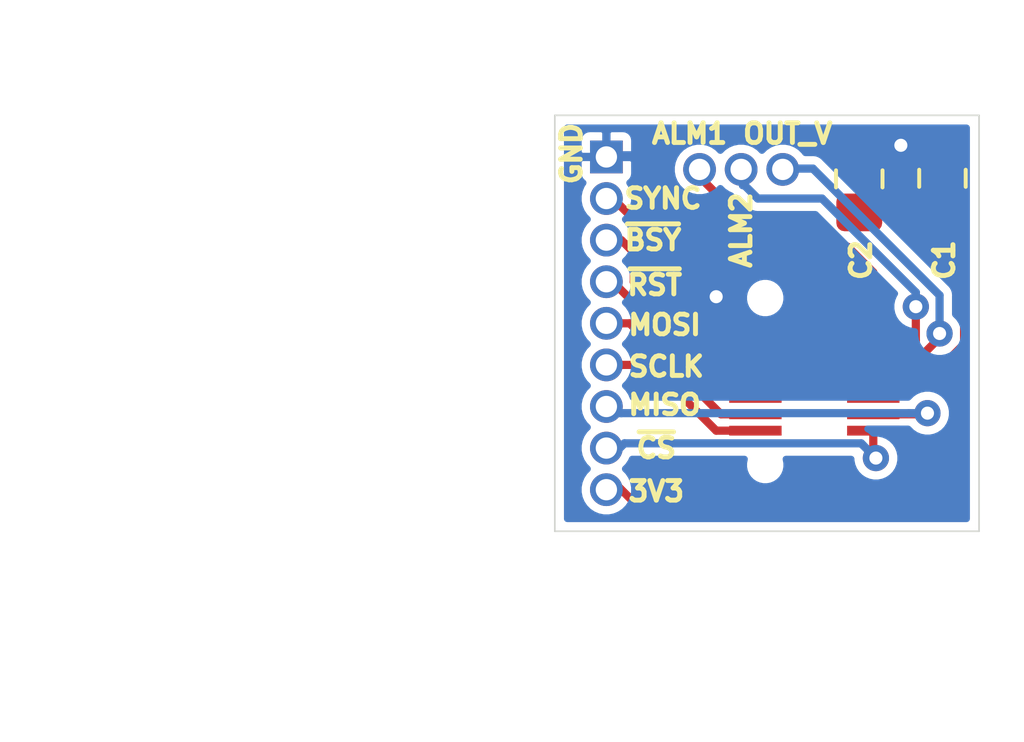
<source format=kicad_pcb>
(kicad_pcb (version 20171130) (host pcbnew 5.1.5-52549c5~84~ubuntu19.04.1)

  (general
    (thickness 0.8)
    (drawings 18)
    (tracks 81)
    (zones 0)
    (modules 5)
    (nets 15)
  )

  (page A4)
  (layers
    (0 F.Cu signal)
    (31 B.Cu signal)
    (32 B.Adhes user)
    (33 F.Adhes user)
    (34 B.Paste user)
    (35 F.Paste user)
    (36 B.SilkS user)
    (37 F.SilkS user)
    (38 B.Mask user)
    (39 F.Mask user)
    (40 Dwgs.User user)
    (41 Cmts.User user hide)
    (42 Eco1.User user)
    (43 Eco2.User user)
    (44 Edge.Cuts user)
    (45 Margin user)
    (46 B.CrtYd user)
    (47 F.CrtYd user)
    (48 B.Fab user)
    (49 F.Fab user)
  )

  (setup
    (last_trace_width 0.25)
    (trace_clearance 0.2)
    (zone_clearance 0.254)
    (zone_45_only yes)
    (trace_min 0.2)
    (via_size 0.8)
    (via_drill 0.4)
    (via_min_size 0.4)
    (via_min_drill 0.3)
    (uvia_size 0.3)
    (uvia_drill 0.1)
    (uvias_allowed no)
    (uvia_min_size 0.2)
    (uvia_min_drill 0.1)
    (edge_width 0.05)
    (segment_width 0.2)
    (pcb_text_width 0.3)
    (pcb_text_size 1.5 1.5)
    (mod_edge_width 0.12)
    (mod_text_size 1 1)
    (mod_text_width 0.15)
    (pad_size 0.8 1.8)
    (pad_drill 0)
    (pad_to_mask_clearance 0.051)
    (solder_mask_min_width 0.25)
    (aux_axis_origin 0 0)
    (visible_elements FFFFFF7F)
    (pcbplotparams
      (layerselection 0x010f0_ffffffff)
      (usegerberextensions true)
      (usegerberattributes false)
      (usegerberadvancedattributes false)
      (creategerberjobfile true)
      (excludeedgelayer true)
      (linewidth 0.101600)
      (plotframeref false)
      (viasonmask false)
      (mode 1)
      (useauxorigin false)
      (hpglpennumber 1)
      (hpglpenspeed 20)
      (hpglpendiameter 15.000000)
      (psnegative false)
      (psa4output false)
      (plotreference true)
      (plotvalue true)
      (plotinvisibletext false)
      (padsonsilk false)
      (subtractmaskfromsilk false)
      (outputformat 1)
      (mirror false)
      (drillshape 0)
      (scaleselection 1)
      (outputdirectory "gerbers/"))
  )

  (net 0 "")
  (net 1 GND)
  (net 2 +3V3)
  (net 3 /ALM1)
  (net 4 /SYNC_RTS)
  (net 5 /ALM2)
  (net 6 /~BUSY~)
  (net 7 /OUT_VDDM)
  (net 8 /~RST~)
  (net 9 "Net-(J1-Pad9)")
  (net 10 "Net-(J1-Pad10)")
  (net 11 /MOSI)
  (net 12 /MISO)
  (net 13 /SCLK)
  (net 14 /~CS~)

  (net_class Default "This is the default net class."
    (clearance 0.2)
    (trace_width 0.25)
    (via_dia 0.8)
    (via_drill 0.4)
    (uvia_dia 0.3)
    (uvia_drill 0.1)
    (add_net +3V3)
    (add_net /ALM1)
    (add_net /ALM2)
    (add_net /MISO)
    (add_net /MOSI)
    (add_net /OUT_VDDM)
    (add_net /SCLK)
    (add_net /SYNC_RTS)
    (add_net /~BUSY~)
    (add_net /~CS~)
    (add_net /~RST~)
    (add_net GND)
    (add_net "Net-(J1-Pad10)")
    (add_net "Net-(J1-Pad9)")
  )

  (module Connector_PinHeader_1.27mm:PinHeader_1x09_P1.27mm_Vertical (layer F.Cu) (tedit 5E6A250D) (tstamp 5E6A14D5)
    (at 127.254 75.184)
    (descr "Through hole straight pin header, 1x09, 1.27mm pitch, single row")
    (tags "Through hole pin header THT 1x09 1.27mm single row")
    (path /5E6B02BF)
    (fp_text reference J2 (at 0 -1.695) (layer F.SilkS) hide
      (effects (font (size 1 1) (thickness 0.15)))
    )
    (fp_text value "Pin Header" (at -14.224 17.018) (layer F.Fab)
      (effects (font (size 1 1) (thickness 0.15)))
    )
    (fp_text user %R (at 0 5.08 90) (layer F.Fab)
      (effects (font (size 1 1) (thickness 0.15)))
    )
    (fp_line (start -1.05 -0.11) (end -0.525 -0.635) (layer F.Fab) (width 0.1))
    (fp_line (start -1.05 10.795) (end -1.05 -0.11) (layer F.Fab) (width 0.1))
    (fp_line (start 1.05 10.795) (end -1.05 10.795) (layer F.Fab) (width 0.1))
    (fp_line (start 1.05 -0.635) (end 1.05 10.795) (layer F.Fab) (width 0.1))
    (fp_line (start -0.525 -0.635) (end 1.05 -0.635) (layer F.Fab) (width 0.1))
    (pad 9 thru_hole oval (at 0 10.16) (size 1 1) (drill 0.65) (layers *.Cu *.Mask)
      (net 2 +3V3))
    (pad 8 thru_hole oval (at 0 8.89) (size 1 1) (drill 0.65) (layers *.Cu *.Mask)
      (net 14 /~CS~))
    (pad 7 thru_hole oval (at 0 7.62) (size 1 1) (drill 0.65) (layers *.Cu *.Mask)
      (net 12 /MISO))
    (pad 6 thru_hole oval (at 0 6.35) (size 1 1) (drill 0.65) (layers *.Cu *.Mask)
      (net 13 /SCLK))
    (pad 5 thru_hole oval (at 0 5.08) (size 1 1) (drill 0.65) (layers *.Cu *.Mask)
      (net 11 /MOSI))
    (pad 4 thru_hole oval (at 0 3.81) (size 1 1) (drill 0.65) (layers *.Cu *.Mask)
      (net 8 /~RST~))
    (pad 3 thru_hole oval (at 0 2.54) (size 1 1) (drill 0.65) (layers *.Cu *.Mask)
      (net 6 /~BUSY~))
    (pad 2 thru_hole oval (at 0 1.27) (size 1 1) (drill 0.65) (layers *.Cu *.Mask)
      (net 4 /SYNC_RTS))
    (pad 1 thru_hole rect (at 0 0) (size 1 1) (drill 0.65) (layers *.Cu *.Mask)
      (net 1 GND))
  )

  (module Connector_PinHeader_1.27mm:PinHeader_1x03_P1.27mm_Vertical (layer F.Cu) (tedit 5E6A242E) (tstamp 5E697C4B)
    (at 130.0988 75.565 90)
    (descr "Through hole straight pin header, 1x03, 1.27mm pitch, single row")
    (tags "Through hole pin header THT 1x03 1.27mm single row")
    (path /5E6CDACE)
    (fp_text reference J3 (at 0 -1.695 90) (layer F.SilkS) hide
      (effects (font (size 1 1) (thickness 0.15)))
    )
    (fp_text value "Aux Pin Header" (at 0 4.235 90) (layer F.Fab) hide
      (effects (font (size 1 1) (thickness 0.15)))
    )
    (fp_text user %R (at 3.048 0.254) (layer F.Fab) hide
      (effects (font (size 1 1) (thickness 0.15)))
    )
    (fp_line (start -1.05 -0.11) (end -0.525 -0.635) (layer F.Fab) (width 0.1))
    (fp_line (start -1.05 3.175) (end -1.05 -0.11) (layer F.Fab) (width 0.1))
    (fp_line (start 1.05 3.175) (end -1.05 3.175) (layer F.Fab) (width 0.1))
    (fp_line (start 1.05 -0.635) (end 1.05 3.175) (layer F.Fab) (width 0.1))
    (fp_line (start -0.525 -0.635) (end 1.05 -0.635) (layer F.Fab) (width 0.1))
    (pad 3 thru_hole oval (at 0 2.54 90) (size 1 1) (drill 0.65) (layers *.Cu *.Mask)
      (net 7 /OUT_VDDM))
    (pad 2 thru_hole oval (at 0 1.27 90) (size 1 1) (drill 0.65) (layers *.Cu *.Mask)
      (net 5 /ALM2))
    (pad 1 thru_hole oval (at 0 0 90) (size 1 1) (drill 0.65) (layers *.Cu *.Mask)
      (net 3 /ALM1))
  )

  (module "Connector_Hirose:Hirose_DF12(3.0)-14DP-0.5V(86)" (layer F.Cu) (tedit 5E6A0C78) (tstamp 5E697162)
    (at 133.604 82.042 90)
    (path /5E6B1F90)
    (attr smd)
    (fp_text reference J1 (at 0 -15 90) (layer F.SilkS) hide
      (effects (font (size 1 1) (thickness 0.15)))
    )
    (fp_text value "DF12(3.0)-14DP-0.5V(86)" (at 0 -10 90) (layer F.Fab)
      (effects (font (size 1 1) (thickness 0.15)))
    )
    (fp_poly (pts (xy 3.65 4.55) (xy -3.65 4.55) (xy -3.65 -4.55) (xy 3.65 -4.55)) (layer Cmts.User) (width 0.1))
    (pad "" np_thru_hole circle (at 2.55 -1.5 90) (size 0.6 0.6) (drill 0.6) (layers *.Cu *.Mask))
    (pad MP smd rect (at -3.25 0 90) (size 0.8 1.8) (layers F.Cu F.Paste F.Mask))
    (pad MP smd rect (at 3.25 0 90) (size 0.8 1.8) (layers F.Cu F.Paste F.Mask))
    (pad 13 smd rect (at -1.5 -1.8 90) (size 0.3 1.6) (layers F.Cu F.Paste F.Mask)
      (net 13 /SCLK))
    (pad 14 smd rect (at -1.5 1.8 90) (size 0.3 1.6) (layers F.Cu F.Paste F.Mask)
      (net 14 /~CS~))
    (pad 11 smd rect (at -1 -1.8 90) (size 0.3 1.6) (layers F.Cu F.Paste F.Mask)
      (net 11 /MOSI))
    (pad 12 smd rect (at -1 1.8 90) (size 0.3 1.6) (layers F.Cu F.Paste F.Mask)
      (net 12 /MISO))
    (pad 9 smd rect (at -0.5 -1.8 90) (size 0.3 1.6) (layers F.Cu F.Paste F.Mask)
      (net 9 "Net-(J1-Pad9)"))
    (pad 10 smd rect (at -0.5 1.8 90) (size 0.3 1.6) (layers F.Cu F.Paste F.Mask)
      (net 10 "Net-(J1-Pad10)"))
    (pad 7 smd rect (at 0 -1.8 90) (size 0.3 1.6) (layers F.Cu F.Paste F.Mask)
      (net 8 /~RST~))
    (pad 8 smd rect (at 0 1.8 90) (size 0.3 1.6) (layers F.Cu F.Paste F.Mask)
      (net 2 +3V3))
    (pad 5 smd rect (at 0.5 -1.8 90) (size 0.3 1.6) (layers F.Cu F.Paste F.Mask)
      (net 6 /~BUSY~))
    (pad 6 smd rect (at 0.5 1.8 90) (size 0.3 1.6) (layers F.Cu F.Paste F.Mask)
      (net 7 /OUT_VDDM))
    (pad 3 smd rect (at 1 -1.8 90) (size 0.3 1.6) (layers F.Cu F.Paste F.Mask)
      (net 4 /SYNC_RTS))
    (pad 4 smd rect (at 1 1.8 90) (size 0.3 1.6) (layers F.Cu F.Paste F.Mask)
      (net 5 /ALM2))
    (pad 1 smd rect (at 1.5 -1.8 90) (size 0.3 1.6) (layers F.Cu F.Paste F.Mask)
      (net 1 GND))
    (pad 2 smd rect (at 1.5 1.8 90) (size 0.3 1.6) (layers F.Cu F.Paste F.Mask)
      (net 3 /ALM1))
    (pad "" np_thru_hole circle (at -2.55 -1.5 90) (size 0.6 0.6) (drill 0.6) (layers *.Cu *.Mask))
    (model "${KISYS3DMOD}/Connector_Hirose.3dshapes/DF12(3.0)-14DP-0.5V.stp"
      (offset (xyz 5.5 -12.3 -0.3))
      (scale (xyz 1 1 1))
      (rotate (xyz -90 0 90))
    )
  )

  (module Capacitor_SMD:C_0805_2012Metric_Pad1.15x1.40mm_HandSolder (layer F.Cu) (tedit 5B36C52B) (tstamp 5E6A071E)
    (at 134.9756 75.8534 90)
    (descr "Capacitor SMD 0805 (2012 Metric), square (rectangular) end terminal, IPC_7351 nominal with elongated pad for handsoldering. (Body size source: https://docs.google.com/spreadsheets/d/1BsfQQcO9C6DZCsRaXUlFlo91Tg2WpOkGARC1WS5S8t0/edit?usp=sharing), generated with kicad-footprint-generator")
    (tags "capacitor handsolder")
    (path /5E6C0708)
    (attr smd)
    (fp_text reference C2 (at -2.4802 0.0508 90) (layer F.SilkS)
      (effects (font (size 0.6 0.6) (thickness 0.15)))
    )
    (fp_text value "1UF 25V" (at 0 1.65 90) (layer F.Fab)
      (effects (font (size 1 1) (thickness 0.15)))
    )
    (fp_text user %R (at 0.127 0 90) (layer F.Fab)
      (effects (font (size 0.5 0.5) (thickness 0.08)))
    )
    (fp_line (start 1.85 0.95) (end -1.85 0.95) (layer F.CrtYd) (width 0.05))
    (fp_line (start 1.85 -0.95) (end 1.85 0.95) (layer F.CrtYd) (width 0.05))
    (fp_line (start -1.85 -0.95) (end 1.85 -0.95) (layer F.CrtYd) (width 0.05))
    (fp_line (start -1.85 0.95) (end -1.85 -0.95) (layer F.CrtYd) (width 0.05))
    (fp_line (start -0.261252 0.71) (end 0.261252 0.71) (layer F.SilkS) (width 0.12))
    (fp_line (start -0.261252 -0.71) (end 0.261252 -0.71) (layer F.SilkS) (width 0.12))
    (fp_line (start 1 0.6) (end -1 0.6) (layer F.Fab) (width 0.1))
    (fp_line (start 1 -0.6) (end 1 0.6) (layer F.Fab) (width 0.1))
    (fp_line (start -1 -0.6) (end 1 -0.6) (layer F.Fab) (width 0.1))
    (fp_line (start -1 0.6) (end -1 -0.6) (layer F.Fab) (width 0.1))
    (pad 2 smd roundrect (at 1.025 0 90) (size 1.15 1.4) (layers F.Cu F.Paste F.Mask) (roundrect_rratio 0.217391)
      (net 1 GND))
    (pad 1 smd roundrect (at -1.025 0 90) (size 1.15 1.4) (layers F.Cu F.Paste F.Mask) (roundrect_rratio 0.217391)
      (net 2 +3V3))
    (model ${KISYS3DMOD}/Capacitor_SMD.3dshapes/C_0805_2012Metric.wrl
      (at (xyz 0 0 0))
      (scale (xyz 1 1 1))
      (rotate (xyz 0 0 0))
    )
  )

  (module Capacitor_SMD:C_0805_2012Metric_Pad1.15x1.40mm_HandSolder (layer F.Cu) (tedit 5B36C52B) (tstamp 5E6A0627)
    (at 137.5156 75.8354 90)
    (descr "Capacitor SMD 0805 (2012 Metric), square (rectangular) end terminal, IPC_7351 nominal with elongated pad for handsoldering. (Body size source: https://docs.google.com/spreadsheets/d/1BsfQQcO9C6DZCsRaXUlFlo91Tg2WpOkGARC1WS5S8t0/edit?usp=sharing), generated with kicad-footprint-generator")
    (tags "capacitor handsolder")
    (path /5E6BFDFA)
    (attr smd)
    (fp_text reference C1 (at -2.4982 0.0508 90) (layer F.SilkS)
      (effects (font (size 0.6 0.6) (thickness 0.15)))
    )
    (fp_text value "10UF 25V" (at 0 1.65 90) (layer F.Fab)
      (effects (font (size 1 1) (thickness 0.15)))
    )
    (fp_text user %R (at 0 0 90) (layer F.Fab)
      (effects (font (size 0.5 0.5) (thickness 0.08)))
    )
    (fp_line (start 1.85 0.95) (end -1.85 0.95) (layer F.CrtYd) (width 0.05))
    (fp_line (start 1.85 -0.95) (end 1.85 0.95) (layer F.CrtYd) (width 0.05))
    (fp_line (start -1.85 -0.95) (end 1.85 -0.95) (layer F.CrtYd) (width 0.05))
    (fp_line (start -1.85 0.95) (end -1.85 -0.95) (layer F.CrtYd) (width 0.05))
    (fp_line (start -0.261252 0.71) (end 0.261252 0.71) (layer F.SilkS) (width 0.12))
    (fp_line (start -0.261252 -0.71) (end 0.261252 -0.71) (layer F.SilkS) (width 0.12))
    (fp_line (start 1 0.6) (end -1 0.6) (layer F.Fab) (width 0.1))
    (fp_line (start 1 -0.6) (end 1 0.6) (layer F.Fab) (width 0.1))
    (fp_line (start -1 -0.6) (end 1 -0.6) (layer F.Fab) (width 0.1))
    (fp_line (start -1 0.6) (end -1 -0.6) (layer F.Fab) (width 0.1))
    (pad 2 smd roundrect (at 1.025 0 90) (size 1.15 1.4) (layers F.Cu F.Paste F.Mask) (roundrect_rratio 0.217391)
      (net 1 GND))
    (pad 1 smd roundrect (at -1.025 0 90) (size 1.15 1.4) (layers F.Cu F.Paste F.Mask) (roundrect_rratio 0.217391)
      (net 2 +3V3))
    (model ${KISYS3DMOD}/Capacitor_SMD.3dshapes/C_0805_2012Metric.wrl
      (at (xyz 0 0 0))
      (scale (xyz 1 1 1))
      (rotate (xyz 0 0 0))
    )
  )

  (dimension 12.954 (width 0.05) (layer F.CrtYd)
    (gr_text "12.954 mm" (at 132.1562 71.19) (layer F.CrtYd)
      (effects (font (size 1 1) (thickness 0.15)))
    )
    (feature1 (pts (xy 138.6332 73.914) (xy 138.6332 71.803579)))
    (feature2 (pts (xy 125.6792 73.914) (xy 125.6792 71.803579)))
    (crossbar (pts (xy 125.6792 72.39) (xy 138.6332 72.39)))
    (arrow1a (pts (xy 138.6332 72.39) (xy 137.506696 72.976421)))
    (arrow1b (pts (xy 138.6332 72.39) (xy 137.506696 71.803579)))
    (arrow2a (pts (xy 125.6792 72.39) (xy 126.805704 72.976421)))
    (arrow2b (pts (xy 125.6792 72.39) (xy 126.805704 71.803579)))
  )
  (dimension 12.7 (width 0.05) (layer F.CrtYd)
    (gr_text "12.7 mm" (at 121.355001 80.264 270) (layer F.CrtYd)
      (effects (font (size 1 1) (thickness 0.15)))
    )
    (feature1 (pts (xy 125.6792 86.614) (xy 121.96858 86.614)))
    (feature2 (pts (xy 125.6792 73.914) (xy 121.96858 73.914)))
    (crossbar (pts (xy 122.555001 73.914) (xy 122.555001 86.614)))
    (arrow1a (pts (xy 122.555001 86.614) (xy 121.96858 85.487496)))
    (arrow1b (pts (xy 122.555001 86.614) (xy 123.141422 85.487496)))
    (arrow2a (pts (xy 122.555001 73.914) (xy 121.96858 75.040504)))
    (arrow2b (pts (xy 122.555001 73.914) (xy 123.141422 75.040504)))
  )
  (gr_text OUT_V (at 132.7912 74.4728) (layer F.SilkS) (tstamp 5E6A2687)
    (effects (font (size 0.6 0.6) (thickness 0.15)))
  )
  (gr_text ALM2 (at 131.3688 77.4192 90) (layer F.SilkS) (tstamp 5E6A17B2)
    (effects (font (size 0.6 0.6) (thickness 0.15)))
  )
  (gr_text ALM1 (at 129.794 74.4728) (layer F.SilkS)
    (effects (font (size 0.6 0.6) (thickness 0.15)))
  )
  (gr_text 3V3 (at 128.778 85.3948) (layer F.SilkS) (tstamp 5E6A1628)
    (effects (font (size 0.6 0.6) (thickness 0.15)))
  )
  (gr_text ~CS~ (at 128.778 84.074) (layer F.SilkS) (tstamp 5E6A1626)
    (effects (font (size 0.6 0.6) (thickness 0.15)))
  )
  (gr_text MISO (at 129.032 82.7532) (layer F.SilkS) (tstamp 5E6A1624)
    (effects (font (size 0.6 0.6) (thickness 0.15)))
  )
  (gr_text SCLK (at 129.0828 81.5848) (layer F.SilkS) (tstamp 5E6A1622)
    (effects (font (size 0.6 0.6) (thickness 0.15)))
  )
  (gr_text MOSI (at 129.032 80.3148) (layer F.SilkS) (tstamp 5E6A1620)
    (effects (font (size 0.6 0.6) (thickness 0.15)))
  )
  (gr_text ~RST~ (at 128.7272 79.0956) (layer F.SilkS) (tstamp 5E6A161E)
    (effects (font (size 0.6 0.6) (thickness 0.15)))
  )
  (gr_text ~BSY~ (at 128.6764 77.724) (layer F.SilkS) (tstamp 5E6A161C)
    (effects (font (size 0.6 0.6) (thickness 0.15)))
  )
  (gr_text SYNC (at 128.9812 76.454) (layer F.SilkS) (tstamp 5E6A161A)
    (effects (font (size 0.6 0.6) (thickness 0.15)))
  )
  (gr_text GND (at 126.1872 75.0824 90) (layer F.SilkS)
    (effects (font (size 0.6 0.6) (thickness 0.15)))
  )
  (gr_line (start 138.6332 73.914) (end 125.6792 73.914) (layer Edge.Cuts) (width 0.05) (tstamp 5E6A10CE))
  (gr_line (start 138.6332 86.614) (end 138.6332 73.914) (layer Edge.Cuts) (width 0.05))
  (gr_line (start 125.6792 86.614) (end 138.6332 86.614) (layer Edge.Cuts) (width 0.05))
  (gr_line (start 125.6792 73.914) (end 125.6792 86.614) (layer Edge.Cuts) (width 0.05))

  (segment (start 136.2636 74.8104) (end 136.2456 74.8284) (width 0.25) (layer F.Cu) (net 1))
  (via (at 136.2456 74.8284) (size 0.8) (drill 0.4) (layers F.Cu B.Cu) (net 1))
  (segment (start 137.5156 74.8104) (end 136.2636 74.8104) (width 0.25) (layer F.Cu) (net 1))
  (segment (start 135.845601 74.428401) (end 129.533599 74.428401) (width 0.25) (layer B.Cu) (net 1))
  (segment (start 136.2456 74.8284) (end 135.845601 74.428401) (width 0.25) (layer B.Cu) (net 1))
  (segment (start 129.533599 74.428401) (end 128.778 75.184) (width 0.25) (layer B.Cu) (net 1))
  (segment (start 128.778 75.184) (end 127.7112 75.184) (width 0.25) (layer B.Cu) (net 1))
  (segment (start 127.7112 75.184) (end 127.762 75.184) (width 0.25) (layer B.Cu) (net 1))
  (segment (start 134.9756 74.8284) (end 136.2456 74.8284) (width 0.25) (layer F.Cu) (net 1))
  (via (at 130.6068 79.4512) (size 0.8) (drill 0.4) (layers F.Cu B.Cu) (net 1))
  (segment (start 131.154 80.542) (end 130.6068 79.9948) (width 0.25) (layer F.Cu) (net 1))
  (segment (start 131.804 80.542) (end 131.154 80.542) (width 0.25) (layer F.Cu) (net 1))
  (segment (start 130.6068 79.9948) (end 130.6068 79.4512) (width 0.25) (layer F.Cu) (net 1))
  (segment (start 130.6068 77.5716) (end 130.6068 78.885515) (width 0.25) (layer B.Cu) (net 1))
  (segment (start 130.6068 78.885515) (end 130.6068 79.4512) (width 0.25) (layer B.Cu) (net 1))
  (segment (start 127.6604 75.1332) (end 128.1684 75.1332) (width 0.25) (layer B.Cu) (net 1))
  (segment (start 129.1336 76.5556) (end 130.6576 77.6224) (width 0.25) (layer B.Cu) (net 1))
  (segment (start 135.404 82.042) (end 137.034035 82.042) (width 0.25) (layer F.Cu) (net 2))
  (segment (start 137.034035 82.042) (end 138.176 80.900035) (width 0.25) (layer F.Cu) (net 2))
  (segment (start 138.176 80.900035) (end 138.176 77.4192) (width 0.25) (layer F.Cu) (net 2))
  (segment (start 138.176 77.4192) (end 138.0236 77.2668) (width 0.25) (layer F.Cu) (net 2))
  (segment (start 137.5156 76.8604) (end 136.8156 76.8604) (width 0.25) (layer F.Cu) (net 2))
  (segment (start 136.8156 76.8604) (end 135.0772 76.8604) (width 0.25) (layer F.Cu) (net 2))
  (segment (start 135.780801 86.018201) (end 128.385401 86.018201) (width 0.25) (layer F.Cu) (net 2))
  (segment (start 128.385401 86.018201) (end 127.6604 85.2932) (width 0.25) (layer F.Cu) (net 2))
  (segment (start 138.176 83.623002) (end 135.780801 86.018201) (width 0.25) (layer F.Cu) (net 2))
  (segment (start 138.176 80.900035) (end 138.176 83.623002) (width 0.25) (layer F.Cu) (net 2))
  (segment (start 135.404 78.706998) (end 134.624202 77.9272) (width 0.25) (layer F.Cu) (net 3))
  (segment (start 135.404 80.542) (end 135.404 78.706998) (width 0.25) (layer F.Cu) (net 3))
  (segment (start 134.624202 77.9272) (end 132.2324 77.9272) (width 0.25) (layer F.Cu) (net 3))
  (segment (start 132.2324 77.9272) (end 130.2004 75.8952) (width 0.25) (layer F.Cu) (net 3))
  (segment (start 128.5748 77.5716) (end 127.6096 76.6064) (width 0.25) (layer F.Cu) (net 4))
  (segment (start 128.5748 78.847802) (end 128.5748 77.5716) (width 0.25) (layer F.Cu) (net 4))
  (segment (start 130.768998 81.042) (end 128.5748 78.847802) (width 0.25) (layer F.Cu) (net 4))
  (segment (start 131.804 81.042) (end 130.768998 81.042) (width 0.25) (layer F.Cu) (net 4))
  (segment (start 136.7028 80.7932) (end 136.7028 79.756) (width 0.25) (layer F.Cu) (net 5))
  (via (at 136.7028 79.756) (size 0.8) (drill 0.4) (layers F.Cu B.Cu) (net 5))
  (segment (start 136.454 81.042) (end 136.7028 80.7932) (width 0.25) (layer F.Cu) (net 5))
  (segment (start 135.404 81.042) (end 136.454 81.042) (width 0.25) (layer F.Cu) (net 5))
  (segment (start 131.4704 76.0476) (end 131.4196 76.0476) (width 0.25) (layer B.Cu) (net 5))
  (segment (start 131.8768 76.454) (end 131.4704 76.0476) (width 0.25) (layer B.Cu) (net 5))
  (segment (start 133.837392 76.454) (end 131.8768 76.454) (width 0.25) (layer B.Cu) (net 5))
  (segment (start 136.7028 79.319408) (end 133.837392 76.454) (width 0.25) (layer B.Cu) (net 5))
  (segment (start 136.7028 79.756) (end 136.7028 79.319408) (width 0.25) (layer B.Cu) (net 5))
  (segment (start 128.09079 79.000202) (end 128.09079 78.10359) (width 0.25) (layer F.Cu) (net 6))
  (segment (start 128.09079 78.10359) (end 127.7112 77.724) (width 0.25) (layer F.Cu) (net 6))
  (segment (start 131.804 81.542) (end 130.632588 81.542) (width 0.25) (layer F.Cu) (net 6))
  (segment (start 130.632588 81.542) (end 128.09079 79.000202) (width 0.25) (layer F.Cu) (net 6))
  (segment (start 137.4278 80.70461) (end 137.4278 80.575233) (width 0.25) (layer F.Cu) (net 7))
  (segment (start 136.59041 81.542) (end 137.4278 80.70461) (width 0.25) (layer F.Cu) (net 7))
  (via (at 137.4278 80.575233) (size 0.8) (drill 0.4) (layers F.Cu B.Cu) (net 7))
  (segment (start 135.404 81.542) (end 136.59041 81.542) (width 0.25) (layer F.Cu) (net 7))
  (segment (start 137.427801 79.407999) (end 133.559402 75.5396) (width 0.25) (layer B.Cu) (net 7))
  (segment (start 137.4278 80.575233) (end 137.427801 79.407999) (width 0.25) (layer B.Cu) (net 7))
  (segment (start 133.559402 75.5396) (end 133.0452 75.5396) (width 0.25) (layer B.Cu) (net 7))
  (segment (start 127.6096 79.155422) (end 127.6096 78.994) (width 0.25) (layer F.Cu) (net 8))
  (segment (start 131.804 82.042) (end 130.496178 82.042) (width 0.25) (layer F.Cu) (net 8))
  (segment (start 130.496178 82.042) (end 127.6096 79.155422) (width 0.25) (layer F.Cu) (net 8))
  (segment (start 130.754 83.042) (end 129.1952 81.4832) (width 0.25) (layer F.Cu) (net 11))
  (segment (start 131.804 83.042) (end 130.754 83.042) (width 0.25) (layer F.Cu) (net 11))
  (segment (start 129.1952 81.4832) (end 129.1844 81.4832) (width 0.25) (layer F.Cu) (net 11))
  (segment (start 129.1844 81.4832) (end 127.9652 80.264) (width 0.25) (layer F.Cu) (net 11))
  (segment (start 127.9652 80.264) (end 127.7112 80.264) (width 0.25) (layer F.Cu) (net 11))
  (via (at 137.0584 83.0072) (size 0.8) (drill 0.4) (layers F.Cu B.Cu) (net 12))
  (segment (start 137.0236 83.042) (end 137.0584 83.0072) (width 0.25) (layer F.Cu) (net 12))
  (segment (start 135.404 83.042) (end 137.0236 83.042) (width 0.25) (layer F.Cu) (net 12))
  (segment (start 137.0584 83.0072) (end 136.492715 83.0072) (width 0.25) (layer B.Cu) (net 12))
  (segment (start 136.492715 83.0072) (end 127.7112 83.0072) (width 0.25) (layer B.Cu) (net 12))
  (segment (start 127.7112 83.0072) (end 127.6604 83.0072) (width 0.25) (layer B.Cu) (net 12))
  (segment (start 131.804 83.542) (end 130.60679 83.542) (width 0.25) (layer F.Cu) (net 13))
  (segment (start 130.60679 83.542) (end 128.997999 81.933209) (width 0.25) (layer F.Cu) (net 13))
  (segment (start 128.997999 81.933209) (end 128.612195 81.547405) (width 0.25) (layer F.Cu) (net 13))
  (segment (start 128.612195 81.547405) (end 128.59879 81.534) (width 0.25) (layer F.Cu) (net 13))
  (segment (start 128.59879 81.534) (end 127.6096 81.534) (width 0.25) (layer F.Cu) (net 13))
  (segment (start 135.083601 83.978801) (end 135.4836 84.3788) (width 0.25) (layer B.Cu) (net 14))
  (segment (start 135.404 83.542) (end 135.404 84.2992) (width 0.25) (layer F.Cu) (net 14))
  (segment (start 127.6604 84.074) (end 127.806395 83.928005) (width 0.25) (layer B.Cu) (net 14))
  (segment (start 135.032805 83.928005) (end 135.083601 83.978801) (width 0.25) (layer B.Cu) (net 14))
  (segment (start 127.806395 83.928005) (end 135.032805 83.928005) (width 0.25) (layer B.Cu) (net 14))
  (segment (start 135.404 84.2992) (end 135.4836 84.3788) (width 0.25) (layer F.Cu) (net 14))
  (via (at 135.4836 84.3788) (size 0.8) (drill 0.4) (layers F.Cu B.Cu) (net 14))

  (zone (net 1) (net_name GND) (layer B.Cu) (tstamp 5E6B9155) (hatch edge 0.508)
    (connect_pads (clearance 0.254))
    (min_thickness 0.2032)
    (fill yes (arc_segments 32) (thermal_gap 0.254) (thermal_bridge_width 0.254))
    (polygon
      (pts
        (xy 138.6332 86.614) (xy 125.73 86.614) (xy 125.73 73.914) (xy 138.6332 73.914)
      )
    )
    (filled_polygon
      (pts
        (xy 138.2526 86.2334) (xy 126.0598 86.2334) (xy 126.0598 75.684) (xy 126.396679 75.684) (xy 126.403545 75.75371)
        (xy 126.423878 75.820741) (xy 126.456898 75.882517) (xy 126.501336 75.936664) (xy 126.546103 75.973404) (xy 126.495777 76.048721)
        (xy 126.43128 76.204431) (xy 126.3984 76.369731) (xy 126.3984 76.538269) (xy 126.43128 76.703569) (xy 126.495777 76.859279)
        (xy 126.589412 76.999413) (xy 126.678999 77.089) (xy 126.589412 77.178587) (xy 126.495777 77.318721) (xy 126.43128 77.474431)
        (xy 126.3984 77.639731) (xy 126.3984 77.808269) (xy 126.43128 77.973569) (xy 126.495777 78.129279) (xy 126.589412 78.269413)
        (xy 126.678999 78.359) (xy 126.589412 78.448587) (xy 126.495777 78.588721) (xy 126.43128 78.744431) (xy 126.3984 78.909731)
        (xy 126.3984 79.078269) (xy 126.43128 79.243569) (xy 126.495777 79.399279) (xy 126.589412 79.539413) (xy 126.678999 79.629)
        (xy 126.589412 79.718587) (xy 126.495777 79.858721) (xy 126.43128 80.014431) (xy 126.3984 80.179731) (xy 126.3984 80.348269)
        (xy 126.43128 80.513569) (xy 126.495777 80.669279) (xy 126.589412 80.809413) (xy 126.678999 80.899) (xy 126.589412 80.988587)
        (xy 126.495777 81.128721) (xy 126.43128 81.284431) (xy 126.3984 81.449731) (xy 126.3984 81.618269) (xy 126.43128 81.783569)
        (xy 126.495777 81.939279) (xy 126.589412 82.079413) (xy 126.678999 82.169) (xy 126.589412 82.258587) (xy 126.495777 82.398721)
        (xy 126.43128 82.554431) (xy 126.3984 82.719731) (xy 126.3984 82.888269) (xy 126.43128 83.053569) (xy 126.495777 83.209279)
        (xy 126.589412 83.349413) (xy 126.678999 83.439) (xy 126.589412 83.528587) (xy 126.495777 83.668721) (xy 126.43128 83.824431)
        (xy 126.3984 83.989731) (xy 126.3984 84.158269) (xy 126.43128 84.323569) (xy 126.495777 84.479279) (xy 126.589412 84.619413)
        (xy 126.678999 84.709) (xy 126.589412 84.798587) (xy 126.495777 84.938721) (xy 126.43128 85.094431) (xy 126.3984 85.259731)
        (xy 126.3984 85.428269) (xy 126.43128 85.593569) (xy 126.495777 85.749279) (xy 126.589412 85.889413) (xy 126.708587 86.008588)
        (xy 126.848721 86.102223) (xy 127.004431 86.16672) (xy 127.169731 86.1996) (xy 127.338269 86.1996) (xy 127.503569 86.16672)
        (xy 127.659279 86.102223) (xy 127.799413 86.008588) (xy 127.918588 85.889413) (xy 128.012223 85.749279) (xy 128.07672 85.593569)
        (xy 128.1096 85.428269) (xy 128.1096 85.259731) (xy 128.07672 85.094431) (xy 128.012223 84.938721) (xy 127.918588 84.798587)
        (xy 127.829001 84.709) (xy 127.918588 84.619413) (xy 128.012223 84.479279) (xy 128.041497 84.408605) (xy 131.472036 84.408605)
        (xy 131.4484 84.527429) (xy 131.4484 84.656571) (xy 131.473595 84.783231) (xy 131.523015 84.902543) (xy 131.594762 85.009921)
        (xy 131.686079 85.101238) (xy 131.793457 85.172985) (xy 131.912769 85.222405) (xy 132.039429 85.2476) (xy 132.168571 85.2476)
        (xy 132.295231 85.222405) (xy 132.414543 85.172985) (xy 132.521921 85.101238) (xy 132.613238 85.009921) (xy 132.684985 84.902543)
        (xy 132.734405 84.783231) (xy 132.7596 84.656571) (xy 132.7596 84.527429) (xy 132.735964 84.408605) (xy 134.728 84.408605)
        (xy 134.728 84.45322) (xy 134.757037 84.5992) (xy 134.813996 84.736711) (xy 134.896687 84.860467) (xy 135.001933 84.965713)
        (xy 135.125689 85.048404) (xy 135.2632 85.105363) (xy 135.40918 85.1344) (xy 135.55802 85.1344) (xy 135.704 85.105363)
        (xy 135.841511 85.048404) (xy 135.965267 84.965713) (xy 136.070513 84.860467) (xy 136.153204 84.736711) (xy 136.210163 84.5992)
        (xy 136.2392 84.45322) (xy 136.2392 84.30438) (xy 136.210163 84.1584) (xy 136.153204 84.020889) (xy 136.070513 83.897133)
        (xy 135.965267 83.791887) (xy 135.841511 83.709196) (xy 135.704 83.652237) (xy 135.55802 83.6232) (xy 135.40918 83.6232)
        (xy 135.407921 83.623451) (xy 135.38934 83.60487) (xy 135.374285 83.586525) (xy 135.301104 83.526468) (xy 135.228762 83.4878)
        (xy 136.470774 83.4878) (xy 136.471487 83.488867) (xy 136.576733 83.594113) (xy 136.700489 83.676804) (xy 136.838 83.733763)
        (xy 136.98398 83.7628) (xy 137.13282 83.7628) (xy 137.2788 83.733763) (xy 137.416311 83.676804) (xy 137.540067 83.594113)
        (xy 137.645313 83.488867) (xy 137.728004 83.365111) (xy 137.784963 83.2276) (xy 137.814 83.08162) (xy 137.814 82.93278)
        (xy 137.784963 82.7868) (xy 137.728004 82.649289) (xy 137.645313 82.525533) (xy 137.540067 82.420287) (xy 137.416311 82.337596)
        (xy 137.2788 82.280637) (xy 137.13282 82.2516) (xy 136.98398 82.2516) (xy 136.838 82.280637) (xy 136.700489 82.337596)
        (xy 136.576733 82.420287) (xy 136.471487 82.525533) (xy 136.470774 82.5266) (xy 128.065192 82.5266) (xy 128.012223 82.398721)
        (xy 127.918588 82.258587) (xy 127.829001 82.169) (xy 127.918588 82.079413) (xy 128.012223 81.939279) (xy 128.07672 81.783569)
        (xy 128.1096 81.618269) (xy 128.1096 81.449731) (xy 128.07672 81.284431) (xy 128.012223 81.128721) (xy 127.918588 80.988587)
        (xy 127.829001 80.899) (xy 127.918588 80.809413) (xy 128.012223 80.669279) (xy 128.07672 80.513569) (xy 128.1096 80.348269)
        (xy 128.1096 80.179731) (xy 128.07672 80.014431) (xy 128.012223 79.858721) (xy 127.918588 79.718587) (xy 127.829001 79.629)
        (xy 127.918588 79.539413) (xy 127.993413 79.427429) (xy 131.4484 79.427429) (xy 131.4484 79.556571) (xy 131.473595 79.683231)
        (xy 131.523015 79.802543) (xy 131.594762 79.909921) (xy 131.686079 80.001238) (xy 131.793457 80.072985) (xy 131.912769 80.122405)
        (xy 132.039429 80.1476) (xy 132.168571 80.1476) (xy 132.295231 80.122405) (xy 132.414543 80.072985) (xy 132.521921 80.001238)
        (xy 132.613238 79.909921) (xy 132.684985 79.802543) (xy 132.734405 79.683231) (xy 132.7596 79.556571) (xy 132.7596 79.427429)
        (xy 132.734405 79.300769) (xy 132.684985 79.181457) (xy 132.613238 79.074079) (xy 132.521921 78.982762) (xy 132.414543 78.911015)
        (xy 132.295231 78.861595) (xy 132.168571 78.8364) (xy 132.039429 78.8364) (xy 131.912769 78.861595) (xy 131.793457 78.911015)
        (xy 131.686079 78.982762) (xy 131.594762 79.074079) (xy 131.523015 79.181457) (xy 131.473595 79.300769) (xy 131.4484 79.427429)
        (xy 127.993413 79.427429) (xy 128.012223 79.399279) (xy 128.07672 79.243569) (xy 128.1096 79.078269) (xy 128.1096 78.909731)
        (xy 128.07672 78.744431) (xy 128.012223 78.588721) (xy 127.918588 78.448587) (xy 127.829001 78.359) (xy 127.918588 78.269413)
        (xy 128.012223 78.129279) (xy 128.07672 77.973569) (xy 128.1096 77.808269) (xy 128.1096 77.639731) (xy 128.07672 77.474431)
        (xy 128.012223 77.318721) (xy 127.918588 77.178587) (xy 127.829001 77.089) (xy 127.918588 76.999413) (xy 128.012223 76.859279)
        (xy 128.07672 76.703569) (xy 128.1096 76.538269) (xy 128.1096 76.369731) (xy 128.07672 76.204431) (xy 128.012223 76.048721)
        (xy 127.961897 75.973404) (xy 128.006664 75.936664) (xy 128.051102 75.882517) (xy 128.084122 75.820741) (xy 128.104455 75.75371)
        (xy 128.111321 75.684) (xy 128.110415 75.480731) (xy 129.2432 75.480731) (xy 129.2432 75.649269) (xy 129.27608 75.814569)
        (xy 129.340577 75.970279) (xy 129.434212 76.110413) (xy 129.553387 76.229588) (xy 129.693521 76.323223) (xy 129.849231 76.38772)
        (xy 130.014531 76.4206) (xy 130.183069 76.4206) (xy 130.348369 76.38772) (xy 130.504079 76.323223) (xy 130.644213 76.229588)
        (xy 130.7338 76.140001) (xy 130.823387 76.229588) (xy 130.963521 76.323223) (xy 131.055257 76.361221) (xy 131.07812 76.38908)
        (xy 131.151301 76.449137) (xy 131.234793 76.493765) (xy 131.23781 76.49468) (xy 131.520269 76.77714) (xy 131.53532 76.79548)
        (xy 131.578747 76.831119) (xy 131.6085 76.855537) (xy 131.691991 76.900164) (xy 131.691993 76.900165) (xy 131.782586 76.927646)
        (xy 131.853193 76.9346) (xy 131.853195 76.9346) (xy 131.876799 76.936925) (xy 131.900403 76.9346) (xy 133.638322 76.9346)
        (xy 136.060679 79.356958) (xy 136.033196 79.398089) (xy 135.976237 79.5356) (xy 135.9472 79.68158) (xy 135.9472 79.83042)
        (xy 135.976237 79.9764) (xy 136.033196 80.113911) (xy 136.115887 80.237667) (xy 136.221133 80.342913) (xy 136.344889 80.425604)
        (xy 136.4824 80.482563) (xy 136.62838 80.5116) (xy 136.6722 80.5116) (xy 136.6722 80.649653) (xy 136.701237 80.795633)
        (xy 136.758196 80.933144) (xy 136.840887 81.0569) (xy 136.946133 81.162146) (xy 137.069889 81.244837) (xy 137.2074 81.301796)
        (xy 137.35338 81.330833) (xy 137.50222 81.330833) (xy 137.6482 81.301796) (xy 137.785711 81.244837) (xy 137.909467 81.162146)
        (xy 138.014713 81.0569) (xy 138.097404 80.933144) (xy 138.154363 80.795633) (xy 138.1834 80.649653) (xy 138.1834 80.500813)
        (xy 138.154363 80.354833) (xy 138.097404 80.217322) (xy 138.014713 80.093566) (xy 137.909467 79.98832) (xy 137.9084 79.987607)
        (xy 137.908401 79.431603) (xy 137.910726 79.407998) (xy 137.908401 79.384392) (xy 137.901447 79.313786) (xy 137.873966 79.223193)
        (xy 137.873965 79.22319) (xy 137.829338 79.139699) (xy 137.784328 79.084855) (xy 137.784327 79.084854) (xy 137.769281 79.06652)
        (xy 137.750947 79.051474) (xy 133.915937 75.216465) (xy 133.900882 75.19812) (xy 133.827701 75.138063) (xy 133.744209 75.093435)
        (xy 133.653616 75.065954) (xy 133.583009 75.059) (xy 133.583006 75.059) (xy 133.559402 75.056675) (xy 133.535798 75.059)
        (xy 133.329723 75.059) (xy 133.303388 75.019587) (xy 133.184213 74.900412) (xy 133.044079 74.806777) (xy 132.888369 74.74228)
        (xy 132.723069 74.7094) (xy 132.554531 74.7094) (xy 132.389231 74.74228) (xy 132.233521 74.806777) (xy 132.093387 74.900412)
        (xy 132.0038 74.989999) (xy 131.914213 74.900412) (xy 131.774079 74.806777) (xy 131.618369 74.74228) (xy 131.453069 74.7094)
        (xy 131.284531 74.7094) (xy 131.119231 74.74228) (xy 130.963521 74.806777) (xy 130.823387 74.900412) (xy 130.7338 74.989999)
        (xy 130.644213 74.900412) (xy 130.504079 74.806777) (xy 130.348369 74.74228) (xy 130.183069 74.7094) (xy 130.014531 74.7094)
        (xy 129.849231 74.74228) (xy 129.693521 74.806777) (xy 129.553387 74.900412) (xy 129.434212 75.019587) (xy 129.340577 75.159721)
        (xy 129.27608 75.315431) (xy 129.2432 75.480731) (xy 128.110415 75.480731) (xy 128.1096 75.2983) (xy 128.0207 75.2094)
        (xy 127.2794 75.2094) (xy 127.2794 75.2294) (xy 127.2286 75.2294) (xy 127.2286 75.2094) (xy 126.4873 75.2094)
        (xy 126.3984 75.2983) (xy 126.396679 75.684) (xy 126.0598 75.684) (xy 126.0598 74.684) (xy 126.396679 74.684)
        (xy 126.3984 75.0697) (xy 126.4873 75.1586) (xy 127.2286 75.1586) (xy 127.2286 74.4173) (xy 127.2794 74.4173)
        (xy 127.2794 75.1586) (xy 128.0207 75.1586) (xy 128.1096 75.0697) (xy 128.111321 74.684) (xy 128.104455 74.61429)
        (xy 128.084122 74.547259) (xy 128.051102 74.485483) (xy 128.006664 74.431336) (xy 127.952517 74.386898) (xy 127.890741 74.353878)
        (xy 127.82371 74.333545) (xy 127.754 74.326679) (xy 127.3683 74.3284) (xy 127.2794 74.4173) (xy 127.2286 74.4173)
        (xy 127.1397 74.3284) (xy 126.754 74.326679) (xy 126.68429 74.333545) (xy 126.617259 74.353878) (xy 126.555483 74.386898)
        (xy 126.501336 74.431336) (xy 126.456898 74.485483) (xy 126.423878 74.547259) (xy 126.403545 74.61429) (xy 126.396679 74.684)
        (xy 126.0598 74.684) (xy 126.0598 74.2946) (xy 138.252601 74.2946)
      )
    )
  )
)

</source>
